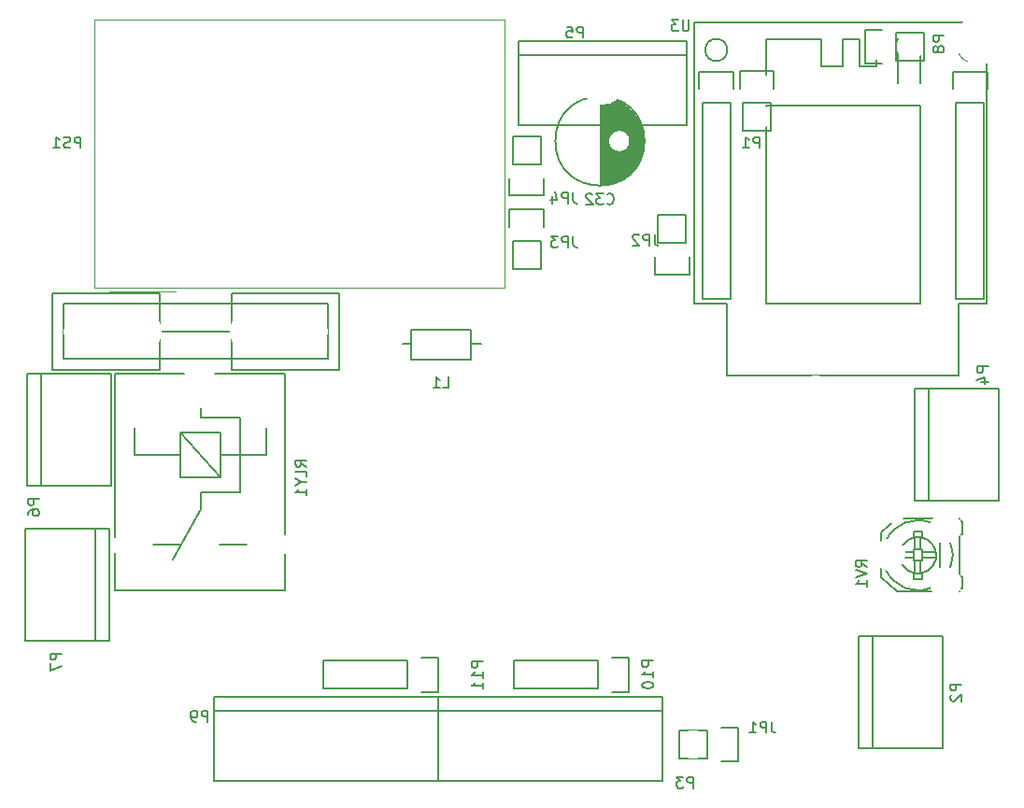
<source format=gbr>
%TF.GenerationSoftware,KiCad,Pcbnew,4.0.2+dfsg1-stable*%
%TF.CreationDate,2019-03-06T22:27:55+01:00*%
%TF.ProjectId,v2,76322E6B696361645F70636200000000,rev?*%
%TF.FileFunction,Legend,Bot*%
%FSLAX46Y46*%
G04 Gerber Fmt 4.6, Leading zero omitted, Abs format (unit mm)*
G04 Created by KiCad (PCBNEW 4.0.2+dfsg1-stable) date śro, 6 mar 2019, 22:27:55*
%MOMM*%
G01*
G04 APERTURE LIST*
%ADD10C,0.100000*%
%ADD11C,0.150000*%
%ADD12C,0.120000*%
%ADD13R,3.900000X3.900000*%
%ADD14C,3.900000*%
%ADD15O,2.432000X2.127200*%
%ADD16R,2.432000X2.127200*%
%ADD17C,2.700000*%
%ADD18O,2.100000X2.600000*%
%ADD19O,2.120000X2.600000*%
%ADD20C,1.900000*%
%ADD21R,2.432000X2.432000*%
%ADD22O,2.432000X2.432000*%
%ADD23R,2.940000X2.940000*%
%ADD24O,4.200000X3.400000*%
%ADD25C,4.210000*%
%ADD26R,4.210000X4.210000*%
%ADD27C,2.900000*%
%ADD28C,3.400000*%
%ADD29C,2.899360*%
%ADD30R,2.127200X2.432000*%
%ADD31O,2.127200X2.432000*%
%ADD32C,4.464000*%
%ADD33C,1.700000*%
%ADD34R,1.700000X1.700000*%
%ADD35C,1.100000*%
G04 APERTURE END LIST*
D10*
D11*
X45910500Y-2730500D02*
X45910500Y-10350500D01*
X61150500Y-2730500D02*
X61150500Y-10350500D01*
X45910500Y-4000500D02*
X61150500Y-4000500D01*
X45910500Y-10350500D02*
X61150500Y-10350500D01*
X45910500Y-2730500D02*
X61150500Y-2730500D01*
X64811000Y-33064500D02*
X65311000Y-33064500D01*
X61811000Y-26564500D02*
X64811000Y-26564500D01*
X64811000Y-33064500D02*
X64811000Y-26564500D01*
X80311000Y-2564500D02*
X78311000Y-2564500D01*
X78311000Y-2564500D02*
X78311000Y-5064500D01*
X78311000Y-5064500D02*
X76811000Y-5064500D01*
X76811000Y-5064500D02*
X76811000Y-3064500D01*
X76811000Y-3064500D02*
X76811000Y-2564500D01*
X76811000Y-2564500D02*
X75311000Y-2564500D01*
X75311000Y-2564500D02*
X75311000Y-5064500D01*
X75311000Y-5064500D02*
X74311000Y-5064500D01*
X74311000Y-5064500D02*
X73311000Y-5064500D01*
X73311000Y-5064500D02*
X73311000Y-2564500D01*
X73311000Y-2564500D02*
X68311000Y-2564500D01*
X68311000Y-2564500D02*
X68311000Y-6564500D01*
X82311000Y-6564500D02*
X82311000Y-2564500D01*
X82311000Y-2564500D02*
X80311000Y-2564500D01*
X80311000Y-2564500D02*
X80311000Y-6564500D01*
X82311000Y-8564500D02*
X82311000Y-26564500D01*
X82311000Y-26564500D02*
X69311000Y-26564500D01*
X69311000Y-26564500D02*
X68311000Y-26564500D01*
X68311000Y-26564500D02*
X68311000Y-8564500D01*
X68311000Y-8564500D02*
X82311000Y-8564500D01*
X87811000Y-3564500D02*
G75*
G03X87811000Y-3564500I-1000000J0D01*
G01*
X64811000Y-3564500D02*
G75*
G03X64811000Y-3564500I-1000000J0D01*
G01*
X88311000Y-1064500D02*
X88311000Y-26564500D01*
X88311000Y-26564500D02*
X85811000Y-26564500D01*
X85811000Y-26564500D02*
X85811000Y-33064500D01*
X85811000Y-33064500D02*
X65311000Y-33064500D01*
X61811000Y-26564500D02*
X61811000Y-1064500D01*
X61811000Y-1064500D02*
X88311000Y-1064500D01*
X65361000Y-5514500D02*
X62261000Y-5514500D01*
X65361000Y-7064500D02*
X65361000Y-5514500D01*
X62541000Y-8334500D02*
X65081000Y-8334500D01*
X62261000Y-5514500D02*
X62261000Y-7064500D01*
X65081000Y-26114500D02*
X65081000Y-8334500D01*
X62541000Y-26114500D02*
X65081000Y-26114500D01*
X62541000Y-8334500D02*
X62541000Y-26114500D01*
X85541000Y-8334500D02*
X85541000Y-26114500D01*
X85541000Y-26114500D02*
X88081000Y-26114500D01*
X88081000Y-26114500D02*
X88081000Y-8334500D01*
X85261000Y-5514500D02*
X85261000Y-7064500D01*
X85541000Y-8334500D02*
X88081000Y-8334500D01*
X88361000Y-7064500D02*
X88361000Y-5514500D01*
X88361000Y-5514500D02*
X85261000Y-5514500D01*
D12*
X7415000Y-834000D02*
X7415000Y-25074000D01*
X44655000Y-25074000D02*
X44655000Y-834000D01*
X7415000Y-25074000D02*
X44655000Y-25074000D01*
X7415000Y-834000D02*
X44655000Y-834000D01*
X8795000Y-25454000D02*
X14795000Y-25454000D01*
D11*
X62980000Y-65230000D02*
X60440000Y-65230000D01*
X65800000Y-64950000D02*
X64250000Y-64950000D01*
X62980000Y-65230000D02*
X62980000Y-67770000D01*
X64250000Y-68050000D02*
X65800000Y-68050000D01*
X65800000Y-68050000D02*
X65800000Y-64950000D01*
X62980000Y-67770000D02*
X60440000Y-67770000D01*
X60440000Y-67770000D02*
X60440000Y-65230000D01*
X2660000Y-32920000D02*
X2660000Y-43080000D01*
X1390000Y-32920000D02*
X9010000Y-32920000D01*
X9010000Y-32920000D02*
X9010000Y-43080000D01*
X9010000Y-43080000D02*
X1390000Y-43080000D01*
X1390000Y-43080000D02*
X1390000Y-32920000D01*
X7540000Y-57080000D02*
X7540000Y-46920000D01*
X8810000Y-57080000D02*
X1190000Y-57080000D01*
X1190000Y-57080000D02*
X1190000Y-46920000D01*
X1190000Y-46920000D02*
X8810000Y-46920000D01*
X8810000Y-46920000D02*
X8810000Y-57080000D01*
X19888200Y-29083000D02*
X13385800Y-29083000D01*
X19888200Y-32583120D02*
X19888200Y-25582880D01*
X28635960Y-25582880D02*
X19888200Y-25582880D01*
X28635960Y-32583120D02*
X19888200Y-32583120D01*
X5887720Y-26583640D02*
X4638040Y-26583640D01*
X6136640Y-31582360D02*
X4638040Y-31582360D01*
X18138140Y-26583640D02*
X5887720Y-26583640D01*
X17886680Y-31582360D02*
X6136640Y-31582360D01*
X28635960Y-26583640D02*
X18138140Y-26583640D01*
X28635960Y-31582360D02*
X17886680Y-31582360D01*
X28635960Y-31582360D02*
X28635960Y-26583640D01*
X29636720Y-32583120D02*
X28635960Y-32583120D01*
X29636720Y-32583120D02*
X29636720Y-25582880D01*
X29636720Y-25582880D02*
X28635960Y-25582880D01*
X4638040Y-31582360D02*
X4638040Y-26583640D01*
X13385800Y-32583120D02*
X3637280Y-32583120D01*
X3637280Y-32583120D02*
X3637280Y-25582880D01*
X13385800Y-25582880D02*
X3637280Y-25582880D01*
X13385800Y-32583120D02*
X13385800Y-25582880D01*
X36146740Y-30226000D02*
X35384740Y-30226000D01*
X41607740Y-30226000D02*
X42496740Y-30226000D01*
X36146740Y-28956000D02*
X36146740Y-31623000D01*
X36146740Y-31623000D02*
X41607740Y-31623000D01*
X41607740Y-31623000D02*
X41607740Y-28956000D01*
X41607740Y-28956000D02*
X36146740Y-28956000D01*
X66230500Y-8318500D02*
X66230500Y-10858500D01*
X65950500Y-5498500D02*
X65950500Y-7048500D01*
X66230500Y-8318500D02*
X68770500Y-8318500D01*
X69050500Y-7048500D02*
X69050500Y-5498500D01*
X69050500Y-5498500D02*
X65950500Y-5498500D01*
X68770500Y-8318500D02*
X68770500Y-10858500D01*
X68770500Y-10858500D02*
X66230500Y-10858500D01*
X77960000Y-56720000D02*
X77960000Y-66880000D01*
X76690000Y-56720000D02*
X84310000Y-56720000D01*
X84310000Y-56720000D02*
X84310000Y-66880000D01*
X84310000Y-66880000D02*
X76690000Y-66880000D01*
X76690000Y-66880000D02*
X76690000Y-56720000D01*
X38608000Y-69850000D02*
X38608000Y-62230000D01*
X58928000Y-62230000D02*
X58928000Y-69850000D01*
X58928000Y-63500000D02*
X38608000Y-63500000D01*
X38608000Y-69850000D02*
X58928000Y-69850000D01*
X38608000Y-62230000D02*
X58928000Y-62230000D01*
X83058000Y-34290000D02*
X83058000Y-44450000D01*
X81788000Y-34290000D02*
X89408000Y-34290000D01*
X89408000Y-34290000D02*
X89408000Y-44450000D01*
X89408000Y-44450000D02*
X81788000Y-44450000D01*
X81788000Y-44450000D02*
X81788000Y-34290000D01*
X80090000Y-4540000D02*
X82630000Y-4540000D01*
X77270000Y-4820000D02*
X78820000Y-4820000D01*
X80090000Y-4540000D02*
X80090000Y-2000000D01*
X78820000Y-1720000D02*
X77270000Y-1720000D01*
X77270000Y-1720000D02*
X77270000Y-4820000D01*
X80090000Y-2000000D02*
X82630000Y-2000000D01*
X82630000Y-2000000D02*
X82630000Y-4540000D01*
X24718000Y-49226500D02*
X24718000Y-52526500D01*
X24718000Y-52526500D02*
X9318000Y-52526500D01*
X9318000Y-52526500D02*
X9318000Y-49176500D01*
X18368000Y-32926500D02*
X24718000Y-32926500D01*
X24718000Y-32926500D02*
X24718000Y-47476500D01*
X15618000Y-32926500D02*
X9318000Y-32926500D01*
X9318000Y-32926500D02*
X9318000Y-47676500D01*
X9368000Y-32926500D02*
X15618000Y-32926500D01*
X21218000Y-48376500D02*
X18768000Y-48376500D01*
X12818000Y-48376500D02*
X15318000Y-48376500D01*
X23068000Y-37776500D02*
X23068000Y-40276500D01*
X17068000Y-36876500D02*
X17068000Y-36076500D01*
X11068000Y-40276500D02*
X11068000Y-37776500D01*
X17068000Y-43676500D02*
X17068000Y-45176500D01*
X17068000Y-45176500D02*
X14568000Y-49776500D01*
X20668000Y-43676500D02*
X20668000Y-36876500D01*
X17068000Y-43676500D02*
X20668000Y-43676500D01*
X17068000Y-36876500D02*
X20668000Y-36876500D01*
X11068000Y-40276500D02*
X15268000Y-40276500D01*
X18868000Y-40276500D02*
X23068000Y-40276500D01*
X18868000Y-42276500D02*
X15268000Y-38276500D01*
X18868000Y-38276500D02*
X15268000Y-38276500D01*
X15268000Y-38276500D02*
X15268000Y-42276500D01*
X15268000Y-42276500D02*
X18868000Y-42276500D01*
X18868000Y-42276500D02*
X18868000Y-38276500D01*
X81701640Y-49108360D02*
X80939640Y-49108360D01*
X81701640Y-49616360D02*
X80939640Y-49616360D01*
X83733640Y-49108360D02*
G75*
G02X82336640Y-51013360I-1651000J-254000D01*
G01*
X82209640Y-47711360D02*
G75*
G02X83733640Y-49489360I-127000J-1651000D01*
G01*
X82971640Y-50759360D02*
G75*
G02X80685640Y-50251360I-889000J1397000D01*
G01*
X80685640Y-48473360D02*
G75*
G02X82971640Y-47965360I1397000J-889000D01*
G01*
X85892640Y-46060360D02*
X85765640Y-46060360D01*
X82082640Y-46060360D02*
X83479640Y-46060360D01*
X85892640Y-52664360D02*
X85765640Y-52664360D01*
X82082640Y-52664360D02*
X83479640Y-52664360D01*
X85003640Y-48219360D02*
X85130640Y-48600360D01*
X85130640Y-48600360D02*
X85257640Y-49362360D01*
X85257640Y-49362360D02*
X85130640Y-50124360D01*
X85130640Y-50124360D02*
X85003640Y-50505360D01*
X84114640Y-48092360D02*
X84114640Y-50632360D01*
X83352640Y-52283360D02*
G75*
G02X79161640Y-50632360I-1270000J2921000D01*
G01*
X79161640Y-48092360D02*
G75*
G02X83352640Y-46441360I2921000J-1270000D01*
G01*
X78780640Y-51394360D02*
X78780640Y-50505360D01*
X78780640Y-48219360D02*
X78780640Y-47330360D01*
X81701640Y-51013360D02*
X81701640Y-51521360D01*
X81701640Y-51521360D02*
X82463640Y-51521360D01*
X82463640Y-51521360D02*
X82463640Y-51013360D01*
X81701640Y-47711360D02*
X81701640Y-47203360D01*
X81701640Y-47203360D02*
X82463640Y-47203360D01*
X82463640Y-47203360D02*
X82463640Y-47711360D01*
X82336640Y-49870360D02*
X82336640Y-51013360D01*
X81828640Y-49870360D02*
X81828640Y-51013360D01*
X82336640Y-48854360D02*
X82336640Y-47711360D01*
X81828640Y-48854360D02*
X81828640Y-47711360D01*
X82463640Y-49616360D02*
X83733640Y-49616360D01*
X82463640Y-49108360D02*
X83733640Y-49108360D01*
X81701640Y-48854360D02*
X82463640Y-48854360D01*
X82463640Y-48854360D02*
X82463640Y-49870360D01*
X82463640Y-49870360D02*
X81701640Y-49870360D01*
X81701640Y-49870360D02*
X81701640Y-48854360D01*
X78780640Y-47330360D02*
X80177640Y-46060360D01*
X80177640Y-46060360D02*
X82082640Y-46060360D01*
X78780640Y-51394360D02*
X80177640Y-52664360D01*
X80177640Y-52664360D02*
X82082640Y-52664360D01*
X85892640Y-52410360D02*
X86146640Y-52410360D01*
X86146640Y-52410360D02*
X86146640Y-51267360D01*
X86146640Y-51267360D02*
X85892640Y-51267360D01*
X85892640Y-46314360D02*
X86146640Y-46314360D01*
X86146640Y-46314360D02*
X86146640Y-47457360D01*
X86146640Y-47457360D02*
X85892640Y-47457360D01*
X85892640Y-46060360D02*
X85892640Y-52664360D01*
X47890000Y-13950000D02*
X47890000Y-11410000D01*
X48170000Y-16770000D02*
X48170000Y-15220000D01*
X47890000Y-13950000D02*
X45350000Y-13950000D01*
X45070000Y-15220000D02*
X45070000Y-16770000D01*
X45070000Y-16770000D02*
X48170000Y-16770000D01*
X45350000Y-13950000D02*
X45350000Y-11410000D01*
X45350000Y-11410000D02*
X47890000Y-11410000D01*
X61087000Y-21082000D02*
X61087000Y-18542000D01*
X61367000Y-23902000D02*
X61367000Y-22352000D01*
X61087000Y-21082000D02*
X58547000Y-21082000D01*
X58267000Y-22352000D02*
X58267000Y-23902000D01*
X58267000Y-23902000D02*
X61367000Y-23902000D01*
X58547000Y-21082000D02*
X58547000Y-18542000D01*
X58547000Y-18542000D02*
X61087000Y-18542000D01*
X45350000Y-20840000D02*
X45350000Y-23380000D01*
X45070000Y-18020000D02*
X45070000Y-19570000D01*
X45350000Y-20840000D02*
X47890000Y-20840000D01*
X48170000Y-19570000D02*
X48170000Y-18020000D01*
X48170000Y-18020000D02*
X45070000Y-18020000D01*
X47890000Y-20840000D02*
X47890000Y-23380000D01*
X47890000Y-23380000D02*
X45350000Y-23380000D01*
X18288000Y-69850000D02*
X18288000Y-62230000D01*
X38608000Y-62230000D02*
X38608000Y-69850000D01*
X38608000Y-63500000D02*
X18288000Y-63500000D01*
X18288000Y-69850000D02*
X38608000Y-69850000D01*
X18288000Y-62230000D02*
X38608000Y-62230000D01*
X53086000Y-61468000D02*
X45466000Y-61468000D01*
X53086000Y-58928000D02*
X45466000Y-58928000D01*
X55906000Y-58648000D02*
X54356000Y-58648000D01*
X45466000Y-61468000D02*
X45466000Y-58928000D01*
X53086000Y-58928000D02*
X53086000Y-61468000D01*
X54356000Y-61748000D02*
X55906000Y-61748000D01*
X55906000Y-61748000D02*
X55906000Y-58648000D01*
X35814000Y-61468000D02*
X28194000Y-61468000D01*
X35814000Y-58928000D02*
X28194000Y-58928000D01*
X38634000Y-58648000D02*
X37084000Y-58648000D01*
X28194000Y-61468000D02*
X28194000Y-58928000D01*
X35814000Y-58928000D02*
X35814000Y-61468000D01*
X37084000Y-61748000D02*
X38634000Y-61748000D01*
X38634000Y-61748000D02*
X38634000Y-58648000D01*
X53345000Y-15819000D02*
X53345000Y-7821000D01*
X53485000Y-15814000D02*
X53485000Y-7826000D01*
X53625000Y-15804000D02*
X53625000Y-7836000D01*
X53765000Y-15789000D02*
X53765000Y-7851000D01*
X53905000Y-15769000D02*
X53905000Y-7871000D01*
X54045000Y-15744000D02*
X54045000Y-12042000D01*
X54045000Y-11598000D02*
X54045000Y-7896000D01*
X54185000Y-15714000D02*
X54185000Y-12370000D01*
X54185000Y-11270000D02*
X54185000Y-7926000D01*
X54325000Y-15678000D02*
X54325000Y-12539000D01*
X54325000Y-11101000D02*
X54325000Y-7962000D01*
X54465000Y-15637000D02*
X54465000Y-12652000D01*
X54465000Y-10988000D02*
X54465000Y-8003000D01*
X54605000Y-15591000D02*
X54605000Y-12730000D01*
X54605000Y-10910000D02*
X54605000Y-8049000D01*
X54745000Y-15538000D02*
X54745000Y-12781000D01*
X54745000Y-10859000D02*
X54745000Y-8102000D01*
X54885000Y-15479000D02*
X54885000Y-12811000D01*
X54885000Y-10829000D02*
X54885000Y-8161000D01*
X55025000Y-15414000D02*
X55025000Y-12820000D01*
X55025000Y-10820000D02*
X55025000Y-8226000D01*
X55165000Y-15343000D02*
X55165000Y-12809000D01*
X55165000Y-10831000D02*
X55165000Y-8297000D01*
X55305000Y-15264000D02*
X55305000Y-12779000D01*
X55305000Y-10861000D02*
X55305000Y-8376000D01*
X55445000Y-15177000D02*
X55445000Y-12725000D01*
X55445000Y-10915000D02*
X55445000Y-8463000D01*
X55585000Y-15082000D02*
X55585000Y-12645000D01*
X55585000Y-10995000D02*
X55585000Y-8558000D01*
X55725000Y-14978000D02*
X55725000Y-12529000D01*
X55725000Y-11111000D02*
X55725000Y-8662000D01*
X55865000Y-14864000D02*
X55865000Y-12355000D01*
X55865000Y-11285000D02*
X55865000Y-8776000D01*
X56005000Y-14739000D02*
X56005000Y-11993000D01*
X56005000Y-11647000D02*
X56005000Y-8901000D01*
X56145000Y-14601000D02*
X56145000Y-9039000D01*
X56285000Y-14449000D02*
X56285000Y-9191000D01*
X56425000Y-14279000D02*
X56425000Y-9361000D01*
X56565000Y-14088000D02*
X56565000Y-9552000D01*
X56705000Y-13870000D02*
X56705000Y-9770000D01*
X56845000Y-13614000D02*
X56845000Y-10026000D01*
X56985000Y-13303000D02*
X56985000Y-10337000D01*
X57125000Y-12887000D02*
X57125000Y-10753000D01*
X57265000Y-12020000D02*
X57265000Y-11620000D01*
X56020000Y-11820000D02*
G75*
G03X56020000Y-11820000I-1000000J0D01*
G01*
X57307500Y-11820000D02*
G75*
G03X57307500Y-11820000I-4037500J0D01*
G01*
X51738095Y-2452381D02*
X51738095Y-1452381D01*
X51357142Y-1452381D01*
X51261904Y-1500000D01*
X51214285Y-1547619D01*
X51166666Y-1642857D01*
X51166666Y-1785714D01*
X51214285Y-1880952D01*
X51261904Y-1928571D01*
X51357142Y-1976190D01*
X51738095Y-1976190D01*
X50261904Y-1452381D02*
X50738095Y-1452381D01*
X50785714Y-1928571D01*
X50738095Y-1880952D01*
X50642857Y-1833333D01*
X50404761Y-1833333D01*
X50309523Y-1880952D01*
X50261904Y-1928571D01*
X50214285Y-2023810D01*
X50214285Y-2261905D01*
X50261904Y-2357143D01*
X50309523Y-2404762D01*
X50404761Y-2452381D01*
X50642857Y-2452381D01*
X50738095Y-2404762D01*
X50785714Y-2357143D01*
X61335905Y-846381D02*
X61335905Y-1655905D01*
X61288286Y-1751143D01*
X61240667Y-1798762D01*
X61145429Y-1846381D01*
X60954952Y-1846381D01*
X60859714Y-1798762D01*
X60812095Y-1751143D01*
X60764476Y-1655905D01*
X60764476Y-846381D01*
X60383524Y-846381D02*
X59764476Y-846381D01*
X60097810Y-1227333D01*
X59954952Y-1227333D01*
X59859714Y-1274952D01*
X59812095Y-1322571D01*
X59764476Y-1417810D01*
X59764476Y-1655905D01*
X59812095Y-1751143D01*
X59859714Y-1798762D01*
X59954952Y-1846381D01*
X60240667Y-1846381D01*
X60335905Y-1798762D01*
X60383524Y-1751143D01*
X6214286Y-12452381D02*
X6214286Y-11452381D01*
X5833333Y-11452381D01*
X5738095Y-11500000D01*
X5690476Y-11547619D01*
X5642857Y-11642857D01*
X5642857Y-11785714D01*
X5690476Y-11880952D01*
X5738095Y-11928571D01*
X5833333Y-11976190D01*
X6214286Y-11976190D01*
X5261905Y-12404762D02*
X5119048Y-12452381D01*
X4880952Y-12452381D01*
X4785714Y-12404762D01*
X4738095Y-12357143D01*
X4690476Y-12261905D01*
X4690476Y-12166667D01*
X4738095Y-12071429D01*
X4785714Y-12023810D01*
X4880952Y-11976190D01*
X5071429Y-11928571D01*
X5166667Y-11880952D01*
X5214286Y-11833333D01*
X5261905Y-11738095D01*
X5261905Y-11642857D01*
X5214286Y-11547619D01*
X5166667Y-11500000D01*
X5071429Y-11452381D01*
X4833333Y-11452381D01*
X4690476Y-11500000D01*
X3738095Y-12452381D02*
X4309524Y-12452381D01*
X4023810Y-12452381D02*
X4023810Y-11452381D01*
X4119048Y-11595238D01*
X4214286Y-11690476D01*
X4309524Y-11738095D01*
X68833333Y-64452381D02*
X68833333Y-65166667D01*
X68880953Y-65309524D01*
X68976191Y-65404762D01*
X69119048Y-65452381D01*
X69214286Y-65452381D01*
X68357143Y-65452381D02*
X68357143Y-64452381D01*
X67976190Y-64452381D01*
X67880952Y-64500000D01*
X67833333Y-64547619D01*
X67785714Y-64642857D01*
X67785714Y-64785714D01*
X67833333Y-64880952D01*
X67880952Y-64928571D01*
X67976190Y-64976190D01*
X68357143Y-64976190D01*
X66833333Y-65452381D02*
X67404762Y-65452381D01*
X67119048Y-65452381D02*
X67119048Y-64452381D01*
X67214286Y-64595238D01*
X67309524Y-64690476D01*
X67404762Y-64738095D01*
X2452381Y-44261905D02*
X1452381Y-44261905D01*
X1452381Y-44642858D01*
X1500000Y-44738096D01*
X1547619Y-44785715D01*
X1642857Y-44833334D01*
X1785714Y-44833334D01*
X1880952Y-44785715D01*
X1928571Y-44738096D01*
X1976190Y-44642858D01*
X1976190Y-44261905D01*
X1452381Y-45690477D02*
X1452381Y-45500000D01*
X1500000Y-45404762D01*
X1547619Y-45357143D01*
X1690476Y-45261905D01*
X1880952Y-45214286D01*
X2261905Y-45214286D01*
X2357143Y-45261905D01*
X2404762Y-45309524D01*
X2452381Y-45404762D01*
X2452381Y-45595239D01*
X2404762Y-45690477D01*
X2357143Y-45738096D01*
X2261905Y-45785715D01*
X2023810Y-45785715D01*
X1928571Y-45738096D01*
X1880952Y-45690477D01*
X1833333Y-45595239D01*
X1833333Y-45404762D01*
X1880952Y-45309524D01*
X1928571Y-45261905D01*
X2023810Y-45214286D01*
X4452381Y-58261905D02*
X3452381Y-58261905D01*
X3452381Y-58642858D01*
X3500000Y-58738096D01*
X3547619Y-58785715D01*
X3642857Y-58833334D01*
X3785714Y-58833334D01*
X3880952Y-58785715D01*
X3928571Y-58738096D01*
X3976190Y-58642858D01*
X3976190Y-58261905D01*
X3452381Y-59166667D02*
X3452381Y-59833334D01*
X4452381Y-59404762D01*
X16970333Y-34091571D02*
X17303667Y-34091571D01*
X17303667Y-34615381D02*
X17303667Y-33615381D01*
X16827476Y-33615381D01*
X15922714Y-34615381D02*
X16494143Y-34615381D01*
X16208429Y-34615381D02*
X16208429Y-33615381D01*
X16303667Y-33758238D01*
X16398905Y-33853476D01*
X16494143Y-33901095D01*
X39028666Y-34178501D02*
X39504857Y-34178501D01*
X39504857Y-33178501D01*
X38171523Y-34178501D02*
X38742952Y-34178501D01*
X38457238Y-34178501D02*
X38457238Y-33178501D01*
X38552476Y-33321358D01*
X38647714Y-33416596D01*
X38742952Y-33464215D01*
X67738095Y-12452381D02*
X67738095Y-11452381D01*
X67357142Y-11452381D01*
X67261904Y-11500000D01*
X67214285Y-11547619D01*
X67166666Y-11642857D01*
X67166666Y-11785714D01*
X67214285Y-11880952D01*
X67261904Y-11928571D01*
X67357142Y-11976190D01*
X67738095Y-11976190D01*
X66214285Y-12452381D02*
X66785714Y-12452381D01*
X66500000Y-12452381D02*
X66500000Y-11452381D01*
X66595238Y-11595238D01*
X66690476Y-11690476D01*
X66785714Y-11738095D01*
X86032381Y-61061905D02*
X85032381Y-61061905D01*
X85032381Y-61442858D01*
X85080000Y-61538096D01*
X85127619Y-61585715D01*
X85222857Y-61633334D01*
X85365714Y-61633334D01*
X85460952Y-61585715D01*
X85508571Y-61538096D01*
X85556190Y-61442858D01*
X85556190Y-61061905D01*
X85127619Y-62014286D02*
X85080000Y-62061905D01*
X85032381Y-62157143D01*
X85032381Y-62395239D01*
X85080000Y-62490477D01*
X85127619Y-62538096D01*
X85222857Y-62585715D01*
X85318095Y-62585715D01*
X85460952Y-62538096D01*
X86032381Y-61966667D01*
X86032381Y-62585715D01*
X61738095Y-70452381D02*
X61738095Y-69452381D01*
X61357142Y-69452381D01*
X61261904Y-69500000D01*
X61214285Y-69547619D01*
X61166666Y-69642857D01*
X61166666Y-69785714D01*
X61214285Y-69880952D01*
X61261904Y-69928571D01*
X61357142Y-69976190D01*
X61738095Y-69976190D01*
X60833333Y-69452381D02*
X60214285Y-69452381D01*
X60547619Y-69833333D01*
X60404761Y-69833333D01*
X60309523Y-69880952D01*
X60261904Y-69928571D01*
X60214285Y-70023810D01*
X60214285Y-70261905D01*
X60261904Y-70357143D01*
X60309523Y-70404762D01*
X60404761Y-70452381D01*
X60690476Y-70452381D01*
X60785714Y-70404762D01*
X60833333Y-70357143D01*
X88452381Y-32261905D02*
X87452381Y-32261905D01*
X87452381Y-32642858D01*
X87500000Y-32738096D01*
X87547619Y-32785715D01*
X87642857Y-32833334D01*
X87785714Y-32833334D01*
X87880952Y-32785715D01*
X87928571Y-32738096D01*
X87976190Y-32642858D01*
X87976190Y-32261905D01*
X87785714Y-33690477D02*
X88452381Y-33690477D01*
X87404762Y-33452381D02*
X88119048Y-33214286D01*
X88119048Y-33833334D01*
X84452381Y-2261905D02*
X83452381Y-2261905D01*
X83452381Y-2642858D01*
X83500000Y-2738096D01*
X83547619Y-2785715D01*
X83642857Y-2833334D01*
X83785714Y-2833334D01*
X83880952Y-2785715D01*
X83928571Y-2738096D01*
X83976190Y-2642858D01*
X83976190Y-2261905D01*
X83880952Y-3404762D02*
X83833333Y-3309524D01*
X83785714Y-3261905D01*
X83690476Y-3214286D01*
X83642857Y-3214286D01*
X83547619Y-3261905D01*
X83500000Y-3309524D01*
X83452381Y-3404762D01*
X83452381Y-3595239D01*
X83500000Y-3690477D01*
X83547619Y-3738096D01*
X83642857Y-3785715D01*
X83690476Y-3785715D01*
X83785714Y-3738096D01*
X83833333Y-3690477D01*
X83880952Y-3595239D01*
X83880952Y-3404762D01*
X83928571Y-3309524D01*
X83976190Y-3261905D01*
X84071429Y-3214286D01*
X84261905Y-3214286D01*
X84357143Y-3261905D01*
X84404762Y-3309524D01*
X84452381Y-3404762D01*
X84452381Y-3595239D01*
X84404762Y-3690477D01*
X84357143Y-3738096D01*
X84261905Y-3785715D01*
X84071429Y-3785715D01*
X83976190Y-3738096D01*
X83928571Y-3690477D01*
X83880952Y-3595239D01*
X26670381Y-41326500D02*
X26194190Y-40993166D01*
X26670381Y-40755071D02*
X25670381Y-40755071D01*
X25670381Y-41136024D01*
X25718000Y-41231262D01*
X25765619Y-41278881D01*
X25860857Y-41326500D01*
X26003714Y-41326500D01*
X26098952Y-41278881D01*
X26146571Y-41231262D01*
X26194190Y-41136024D01*
X26194190Y-40755071D01*
X26670381Y-42231262D02*
X26670381Y-41755071D01*
X25670381Y-41755071D01*
X26194190Y-42755071D02*
X26670381Y-42755071D01*
X25670381Y-42421738D02*
X26194190Y-42755071D01*
X25670381Y-43088405D01*
X26670381Y-43945548D02*
X26670381Y-43374119D01*
X26670381Y-43659833D02*
X25670381Y-43659833D01*
X25813238Y-43564595D01*
X25908476Y-43469357D01*
X25956095Y-43374119D01*
X77452381Y-50404762D02*
X76976190Y-50071428D01*
X77452381Y-49833333D02*
X76452381Y-49833333D01*
X76452381Y-50214286D01*
X76500000Y-50309524D01*
X76547619Y-50357143D01*
X76642857Y-50404762D01*
X76785714Y-50404762D01*
X76880952Y-50357143D01*
X76928571Y-50309524D01*
X76976190Y-50214286D01*
X76976190Y-49833333D01*
X76452381Y-50690476D02*
X77452381Y-51023809D01*
X76452381Y-51357143D01*
X77452381Y-52214286D02*
X77452381Y-51642857D01*
X77452381Y-51928571D02*
X76452381Y-51928571D01*
X76595238Y-51833333D01*
X76690476Y-51738095D01*
X76738095Y-51642857D01*
X50833333Y-16452381D02*
X50833333Y-17166667D01*
X50880953Y-17309524D01*
X50976191Y-17404762D01*
X51119048Y-17452381D01*
X51214286Y-17452381D01*
X50357143Y-17452381D02*
X50357143Y-16452381D01*
X49976190Y-16452381D01*
X49880952Y-16500000D01*
X49833333Y-16547619D01*
X49785714Y-16642857D01*
X49785714Y-16785714D01*
X49833333Y-16880952D01*
X49880952Y-16928571D01*
X49976190Y-16976190D01*
X50357143Y-16976190D01*
X48928571Y-16785714D02*
X48928571Y-17452381D01*
X49166667Y-16404762D02*
X49404762Y-17119048D01*
X48785714Y-17119048D01*
X58237333Y-20280381D02*
X58237333Y-20994667D01*
X58284953Y-21137524D01*
X58380191Y-21232762D01*
X58523048Y-21280381D01*
X58618286Y-21280381D01*
X57761143Y-21280381D02*
X57761143Y-20280381D01*
X57380190Y-20280381D01*
X57284952Y-20328000D01*
X57237333Y-20375619D01*
X57189714Y-20470857D01*
X57189714Y-20613714D01*
X57237333Y-20708952D01*
X57284952Y-20756571D01*
X57380190Y-20804190D01*
X57761143Y-20804190D01*
X56808762Y-20375619D02*
X56761143Y-20328000D01*
X56665905Y-20280381D01*
X56427809Y-20280381D01*
X56332571Y-20328000D01*
X56284952Y-20375619D01*
X56237333Y-20470857D01*
X56237333Y-20566095D01*
X56284952Y-20708952D01*
X56856381Y-21280381D01*
X56237333Y-21280381D01*
X50833333Y-20452381D02*
X50833333Y-21166667D01*
X50880953Y-21309524D01*
X50976191Y-21404762D01*
X51119048Y-21452381D01*
X51214286Y-21452381D01*
X50357143Y-21452381D02*
X50357143Y-20452381D01*
X49976190Y-20452381D01*
X49880952Y-20500000D01*
X49833333Y-20547619D01*
X49785714Y-20642857D01*
X49785714Y-20785714D01*
X49833333Y-20880952D01*
X49880952Y-20928571D01*
X49976190Y-20976190D01*
X50357143Y-20976190D01*
X49452381Y-20452381D02*
X48833333Y-20452381D01*
X49166667Y-20833333D01*
X49023809Y-20833333D01*
X48928571Y-20880952D01*
X48880952Y-20928571D01*
X48833333Y-21023810D01*
X48833333Y-21261905D01*
X48880952Y-21357143D01*
X48928571Y-21404762D01*
X49023809Y-21452381D01*
X49309524Y-21452381D01*
X49404762Y-21404762D01*
X49452381Y-21357143D01*
X17738095Y-64452381D02*
X17738095Y-63452381D01*
X17357142Y-63452381D01*
X17261904Y-63500000D01*
X17214285Y-63547619D01*
X17166666Y-63642857D01*
X17166666Y-63785714D01*
X17214285Y-63880952D01*
X17261904Y-63928571D01*
X17357142Y-63976190D01*
X17738095Y-63976190D01*
X16690476Y-64452381D02*
X16500000Y-64452381D01*
X16404761Y-64404762D01*
X16357142Y-64357143D01*
X16261904Y-64214286D01*
X16214285Y-64023810D01*
X16214285Y-63642857D01*
X16261904Y-63547619D01*
X16309523Y-63500000D01*
X16404761Y-63452381D01*
X16595238Y-63452381D01*
X16690476Y-63500000D01*
X16738095Y-63547619D01*
X16785714Y-63642857D01*
X16785714Y-63880952D01*
X16738095Y-63976190D01*
X16690476Y-64023810D01*
X16595238Y-64071429D01*
X16404761Y-64071429D01*
X16309523Y-64023810D01*
X16261904Y-63976190D01*
X16214285Y-63880952D01*
X58098381Y-58933714D02*
X57098381Y-58933714D01*
X57098381Y-59314667D01*
X57146000Y-59409905D01*
X57193619Y-59457524D01*
X57288857Y-59505143D01*
X57431714Y-59505143D01*
X57526952Y-59457524D01*
X57574571Y-59409905D01*
X57622190Y-59314667D01*
X57622190Y-58933714D01*
X58098381Y-60457524D02*
X58098381Y-59886095D01*
X58098381Y-60171809D02*
X57098381Y-60171809D01*
X57241238Y-60076571D01*
X57336476Y-59981333D01*
X57384095Y-59886095D01*
X57098381Y-61076571D02*
X57098381Y-61171810D01*
X57146000Y-61267048D01*
X57193619Y-61314667D01*
X57288857Y-61362286D01*
X57479333Y-61409905D01*
X57717429Y-61409905D01*
X57907905Y-61362286D01*
X58003143Y-61314667D01*
X58050762Y-61267048D01*
X58098381Y-61171810D01*
X58098381Y-61076571D01*
X58050762Y-60981333D01*
X58003143Y-60933714D01*
X57907905Y-60886095D01*
X57717429Y-60838476D01*
X57479333Y-60838476D01*
X57288857Y-60886095D01*
X57193619Y-60933714D01*
X57146000Y-60981333D01*
X57098381Y-61076571D01*
X42636381Y-58983714D02*
X41636381Y-58983714D01*
X41636381Y-59364667D01*
X41684000Y-59459905D01*
X41731619Y-59507524D01*
X41826857Y-59555143D01*
X41969714Y-59555143D01*
X42064952Y-59507524D01*
X42112571Y-59459905D01*
X42160190Y-59364667D01*
X42160190Y-58983714D01*
X42636381Y-60507524D02*
X42636381Y-59936095D01*
X42636381Y-60221809D02*
X41636381Y-60221809D01*
X41779238Y-60126571D01*
X41874476Y-60031333D01*
X41922095Y-59936095D01*
X42636381Y-61459905D02*
X42636381Y-60888476D01*
X42636381Y-61174190D02*
X41636381Y-61174190D01*
X41779238Y-61078952D01*
X41874476Y-60983714D01*
X41922095Y-60888476D01*
X53912857Y-17477143D02*
X53960476Y-17524762D01*
X54103333Y-17572381D01*
X54198571Y-17572381D01*
X54341429Y-17524762D01*
X54436667Y-17429524D01*
X54484286Y-17334286D01*
X54531905Y-17143810D01*
X54531905Y-17000952D01*
X54484286Y-16810476D01*
X54436667Y-16715238D01*
X54341429Y-16620000D01*
X54198571Y-16572381D01*
X54103333Y-16572381D01*
X53960476Y-16620000D01*
X53912857Y-16667619D01*
X53579524Y-16572381D02*
X52960476Y-16572381D01*
X53293810Y-16953333D01*
X53150952Y-16953333D01*
X53055714Y-17000952D01*
X53008095Y-17048571D01*
X52960476Y-17143810D01*
X52960476Y-17381905D01*
X53008095Y-17477143D01*
X53055714Y-17524762D01*
X53150952Y-17572381D01*
X53436667Y-17572381D01*
X53531905Y-17524762D01*
X53579524Y-17477143D01*
X52579524Y-16667619D02*
X52531905Y-16620000D01*
X52436667Y-16572381D01*
X52198571Y-16572381D01*
X52103333Y-16620000D01*
X52055714Y-16667619D01*
X52008095Y-16762857D01*
X52008095Y-16858095D01*
X52055714Y-17000952D01*
X52627143Y-17572381D01*
X52008095Y-17572381D01*
%LPC*%
D13*
X48450500Y-6540500D03*
D14*
X53530500Y-6540500D03*
X58610500Y-6540500D03*
D15*
X63811000Y-24844500D03*
X63811000Y-22304500D03*
X63811000Y-19764500D03*
X63811000Y-17224500D03*
X63811000Y-14684500D03*
X63811000Y-12144500D03*
X63811000Y-9604500D03*
D16*
X63811000Y-7064500D03*
X86811000Y-7064500D03*
D15*
X86811000Y-9604500D03*
X86811000Y-12144500D03*
X86811000Y-14684500D03*
X86811000Y-17224500D03*
X86811000Y-19764500D03*
X86811000Y-22304500D03*
X86811000Y-24844500D03*
D17*
X41275000Y-21844000D03*
X10795000Y-21844000D03*
X15875000Y-21844000D03*
X41275000Y-4664000D03*
X36195000Y-4664000D03*
D18*
X64250000Y-66500000D03*
D19*
X61710000Y-66500000D03*
D13*
X5200000Y-40540000D03*
D14*
X5200000Y-35460000D03*
D13*
X5000000Y-49460000D03*
D14*
X5000000Y-54540000D03*
X21638260Y-29083000D03*
X26636980Y-29083000D03*
X11635740Y-29083000D03*
X6637020Y-29083000D03*
D20*
X33860740Y-30226000D03*
X44020740Y-30226000D03*
D21*
X67500500Y-7048500D03*
D22*
X67500500Y-9588500D03*
D23*
X80500000Y-64340000D03*
D24*
X80500000Y-59260000D03*
D25*
X46228000Y-66040000D03*
X51308000Y-66040000D03*
D26*
X41148000Y-66040000D03*
D25*
X56388000Y-66040000D03*
D13*
X85598000Y-41910000D03*
D14*
X85598000Y-36830000D03*
D21*
X78820000Y-3270000D03*
D22*
X81360000Y-3270000D03*
D27*
X23068000Y-36176500D03*
D28*
X23068000Y-48376500D03*
X11018000Y-48426500D03*
D27*
X11068000Y-36176500D03*
D28*
X17018000Y-34226500D03*
D29*
X79542640Y-49362360D03*
X84582000Y-51861720D03*
X84582000Y-46863000D03*
D21*
X46620000Y-15220000D03*
D22*
X46620000Y-12680000D03*
D21*
X59817000Y-22352000D03*
D22*
X59817000Y-19812000D03*
D21*
X46620000Y-19570000D03*
D22*
X46620000Y-22110000D03*
D25*
X25908000Y-66040000D03*
X30988000Y-66040000D03*
D26*
X20828000Y-66040000D03*
D25*
X36068000Y-66040000D03*
D30*
X54356000Y-60198000D03*
D31*
X51816000Y-60198000D03*
X49276000Y-60198000D03*
X46736000Y-60198000D03*
D30*
X37084000Y-60198000D03*
D31*
X34544000Y-60198000D03*
X32004000Y-60198000D03*
X29464000Y-60198000D03*
D32*
X87000000Y-68000000D03*
X3000000Y-68000000D03*
X2413000Y-2794000D03*
X87757000Y-2667000D03*
D33*
X55020000Y-11820000D03*
D34*
X51520000Y-11820000D03*
D20*
X59304000Y-44320000D03*
X79920000Y-45495000D03*
X74420000Y-25270000D03*
X72820000Y-33970000D03*
X78520000Y-19420000D03*
X68389500Y-41211500D03*
X60706000Y-56388000D03*
X36830000Y-41910000D03*
X59182000Y-53721000D03*
X49050000Y-49800000D03*
X42545000Y-49911000D03*
X29718000Y-47498000D03*
X72326500Y-6477000D03*
X29210000Y-44704000D03*
X59118500Y-38735000D03*
X76431500Y-45600000D03*
X40513000Y-35306000D03*
X53086000Y-49784000D03*
X39878000Y-49657000D03*
X47117000Y-49784000D03*
X27559000Y-49784000D03*
X35052000Y-50038000D03*
D35*
X14092000Y-49400000D03*
X30856000Y-31112000D03*
X30856000Y-26794000D03*
X16378000Y-49400000D03*
X63246000Y-46609000D03*
X70358000Y-43561000D03*
X58288000Y-35430000D03*
X61082000Y-33652000D03*
M02*

</source>
